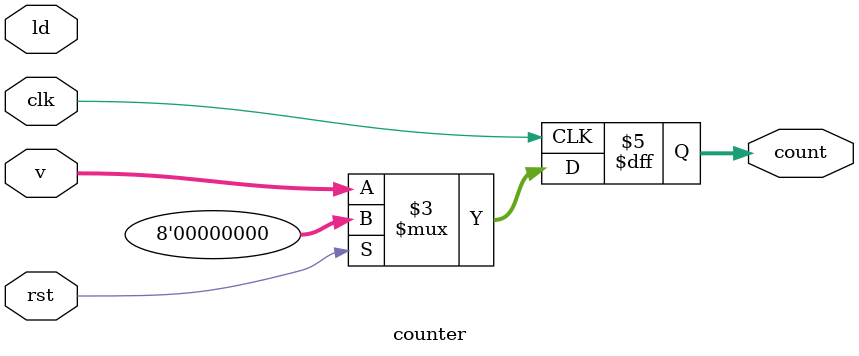
<source format=sv>
module counter #(
  parameter WIDTH = 8
)(
  // interface signals
  input  logic             clk,      // clock
  input  logic             rst,      // reset
  input  logic             ld,       // load counter from data
  input  logic [WIDTH-1:0] v,        // value to preload
  output logic [WIDTH-1:0] count     // count output
);

always_ff @ (posedge clk)
  if (rst) count <= {WIDTH{1'b0}};
  else count <= v;
endmodule

</source>
